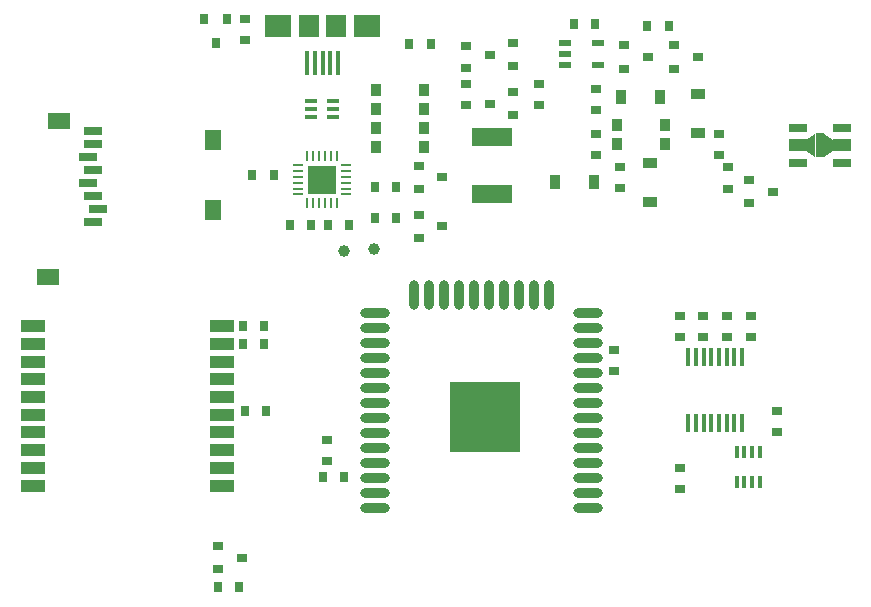
<source format=gtp>
G04 #@! TF.GenerationSoftware,KiCad,Pcbnew,(2017-11-24 revision a01d81e4b)-makepkg*
G04 #@! TF.CreationDate,2017-12-30T18:37:49-05:00*
G04 #@! TF.ProjectId,processor,70726F636573736F722E6B696361645F,rev?*
G04 #@! TF.SameCoordinates,Original*
G04 #@! TF.FileFunction,Paste,Top*
G04 #@! TF.FilePolarity,Positive*
%FSLAX46Y46*%
G04 Gerber Fmt 4.6, Leading zero omitted, Abs format (unit mm)*
G04 Created by KiCad (PCBNEW (2017-11-24 revision a01d81e4b)-makepkg) date 12/30/17 18:37:49*
%MOMM*%
%LPD*%
G01*
G04 APERTURE LIST*
%ADD10R,1.900000X1.400000*%
%ADD11R,1.400000X1.800000*%
%ADD12R,1.500000X0.700000*%
%ADD13O,0.250000X1.000000*%
%ADD14O,1.000000X0.250000*%
%ADD15R,2.450000X2.450000*%
%ADD16R,0.350000X1.600000*%
%ADD17R,0.350000X1.000000*%
%ADD18C,1.000000*%
%ADD19O,2.500000X0.900000*%
%ADD20O,0.900000X2.500000*%
%ADD21R,6.000000X6.000000*%
%ADD22R,0.900000X0.700000*%
%ADD23R,0.700000X0.900000*%
%ADD24R,0.900000X0.800000*%
%ADD25R,0.900000X1.000000*%
%ADD26R,1.000000X0.400000*%
%ADD27R,0.400000X2.000000*%
%ADD28R,1.800000X1.900000*%
%ADD29R,2.300000X1.900000*%
%ADD30R,0.900000X1.200000*%
%ADD31R,1.200000X0.900000*%
%ADD32R,3.500000X1.600000*%
%ADD33R,1.100000X0.600000*%
%ADD34C,0.750000*%
%ADD35C,1.000000*%
%ADD36R,1.500000X1.000000*%
%ADD37R,0.800000X2.000000*%
%ADD38R,2.000000X1.000000*%
%ADD39R,0.800000X0.900000*%
G04 APERTURE END LIST*
D10*
X3700000Y-9600000D03*
X2800000Y-22800000D03*
D11*
X16800000Y-11200000D03*
X16800000Y-17200000D03*
D12*
X6600000Y-10500000D03*
X6600000Y-11600000D03*
X6200000Y-12700000D03*
X6600000Y-13800000D03*
X6200000Y-14900000D03*
X6600000Y-16000000D03*
X7000000Y-17100000D03*
X6600000Y-18200000D03*
D13*
X27250000Y-12600000D03*
X26750000Y-12600000D03*
X26250000Y-12600000D03*
X25750000Y-12600000D03*
X25250000Y-12600000D03*
X24750000Y-12600000D03*
D14*
X24000000Y-13350000D03*
X24000000Y-13850000D03*
X24000000Y-14350000D03*
X24000000Y-14850000D03*
X24000000Y-15350000D03*
X24000000Y-15850000D03*
D13*
X24750000Y-16600000D03*
X25250000Y-16600000D03*
X25750000Y-16600000D03*
X26250000Y-16600000D03*
X26750000Y-16600000D03*
X27250000Y-16600000D03*
D14*
X28000000Y-15850000D03*
X28000000Y-15350000D03*
X28000000Y-14850000D03*
X28000000Y-14350000D03*
X28000000Y-13850000D03*
X28000000Y-13350000D03*
D15*
X26000000Y-14600000D03*
D16*
X61575000Y-35200000D03*
X61575000Y-29600000D03*
X60925000Y-35200000D03*
X60925000Y-29600000D03*
X60275000Y-35200000D03*
X60275000Y-29600000D03*
X59625000Y-35200000D03*
X59625000Y-29600000D03*
X58975000Y-35200000D03*
X58975000Y-29600000D03*
X58325000Y-35200000D03*
X58325000Y-29600000D03*
X57675000Y-35200000D03*
X57675000Y-29600000D03*
X57025000Y-35200000D03*
X57025000Y-29600000D03*
D17*
X63075000Y-40150000D03*
X62425000Y-40150000D03*
X61775000Y-40150000D03*
X61125000Y-40150000D03*
X61125000Y-37650000D03*
X61775000Y-37650000D03*
X62425000Y-37650000D03*
X63075000Y-37650000D03*
D18*
X30400000Y-20500000D03*
D19*
X30500000Y-42400000D03*
X30500000Y-41130000D03*
X30500000Y-39860000D03*
X30500000Y-38590000D03*
X30500000Y-37320000D03*
X30500000Y-36050000D03*
X30500000Y-34780000D03*
X30500000Y-33510000D03*
X30500000Y-32240000D03*
X30500000Y-30970000D03*
X30500000Y-29700000D03*
X30500000Y-28430000D03*
X30500000Y-27160000D03*
X30500000Y-25890000D03*
D20*
X33785000Y-24400000D03*
X35055000Y-24400000D03*
X36325000Y-24400000D03*
X37595000Y-24400000D03*
X38865000Y-24400000D03*
X40135000Y-24400000D03*
X41405000Y-24400000D03*
X42675000Y-24400000D03*
X43945000Y-24400000D03*
X45215000Y-24400000D03*
D19*
X48500000Y-25890000D03*
X48500000Y-27160000D03*
X48500000Y-28430000D03*
X48500000Y-29700000D03*
X48500000Y-30970000D03*
X48500000Y-32240000D03*
X48500000Y-33510000D03*
X48500000Y-34780000D03*
X48500000Y-36050000D03*
X48500000Y-37320000D03*
X48500000Y-38590000D03*
X48500000Y-39860000D03*
X48500000Y-41130000D03*
X48500000Y-42400000D03*
D21*
X39800000Y-34700000D03*
D22*
X50700000Y-29000000D03*
X50700000Y-30800000D03*
D23*
X17200000Y-49100000D03*
X19000000Y-49100000D03*
D24*
X17200000Y-45600000D03*
X17200000Y-47600000D03*
X19200000Y-46600000D03*
D25*
X30550000Y-7000000D03*
X34649999Y-7000000D03*
X34649999Y-8600000D03*
X30550000Y-8600000D03*
X34650000Y-11800000D03*
X30550001Y-11800000D03*
X30550001Y-10200000D03*
X34650000Y-10200000D03*
D18*
X27900000Y-20600000D03*
D26*
X25050000Y-8600000D03*
X26950000Y-9250000D03*
X26950000Y-7950000D03*
X26950000Y-8600000D03*
X25050000Y-7950000D03*
X25050000Y-9250000D03*
D27*
X27350000Y-4750000D03*
X26700000Y-4750000D03*
X26050000Y-4750000D03*
X25400000Y-4750000D03*
X24750000Y-4750000D03*
D28*
X27200000Y-1600000D03*
D29*
X29800000Y-1600000D03*
X22300000Y-1600000D03*
D28*
X24900000Y-1600000D03*
D30*
X49050000Y-14800000D03*
X45750000Y-14800000D03*
D31*
X57800000Y-10650000D03*
X57800000Y-7350000D03*
D32*
X40400000Y-10960000D03*
X40400000Y-15840000D03*
D33*
X46600000Y-3000000D03*
X46600000Y-3950000D03*
X46600000Y-4900000D03*
X49400000Y-4900000D03*
X49400000Y-3000000D03*
D34*
X68925000Y-11700000D03*
D35*
G36*
X68550000Y-10700000D02*
X69300000Y-11200000D01*
X69300000Y-12200000D01*
X68550000Y-12700000D01*
X68550000Y-10700000D01*
X68550000Y-10700000D01*
G37*
D12*
X70000000Y-10200000D03*
X70000000Y-13200000D03*
X66300000Y-10200000D03*
D36*
X66300000Y-11700000D03*
D12*
X66300000Y-13200000D03*
D36*
X70000000Y-11700000D03*
D34*
X67375000Y-11700000D03*
D35*
G36*
X67750000Y-12700000D02*
X67000000Y-12200000D01*
X67000000Y-11200000D01*
X67750000Y-10700000D01*
X67750000Y-12700000D01*
X67750000Y-12700000D01*
G37*
D37*
X68150000Y-11700000D03*
D25*
X55050000Y-11600000D03*
X50950001Y-11600000D03*
X50950001Y-10000000D03*
X55050000Y-10000000D03*
D38*
X17500000Y-27000000D03*
X17500000Y-28500000D03*
X17500000Y-30000000D03*
X17500000Y-31500000D03*
X17500000Y-33000000D03*
X17500000Y-34500000D03*
X17500000Y-36000000D03*
X17500000Y-37500000D03*
X17500000Y-39000000D03*
X17500000Y-40500000D03*
X17500000Y-40500000D03*
X17500000Y-39000000D03*
X17500000Y-37500000D03*
X17500000Y-36000000D03*
X17500000Y-34500000D03*
X17500000Y-33000000D03*
X17500000Y-31500000D03*
X17500000Y-30000000D03*
X17500000Y-28500000D03*
X17500000Y-27000000D03*
X1500000Y-27000000D03*
X1500000Y-28500000D03*
X1500000Y-30000000D03*
X1500000Y-31500000D03*
X1500000Y-33000000D03*
X1500000Y-34500000D03*
X1500000Y-36000000D03*
X1500000Y-37500000D03*
X1500000Y-39000000D03*
X1500000Y-40500000D03*
D30*
X51350000Y-7600000D03*
X54650000Y-7600000D03*
D31*
X53800000Y-13150000D03*
X53800000Y-16450000D03*
D22*
X59600000Y-10700000D03*
X59600000Y-12500000D03*
X19500000Y-2800000D03*
X19500000Y-1000000D03*
D23*
X21300000Y-34200000D03*
X19500000Y-34200000D03*
X21100000Y-27000000D03*
X19300000Y-27000000D03*
X21100000Y-28500000D03*
X19300000Y-28500000D03*
X55350000Y-1600000D03*
X53550000Y-1600000D03*
D22*
X49200000Y-10700000D03*
X49200000Y-12500000D03*
X44400000Y-8300000D03*
X44400000Y-6500000D03*
X38200000Y-3300000D03*
X38200000Y-5100000D03*
X38200000Y-8300000D03*
X38200000Y-6500000D03*
X56300000Y-27900000D03*
X56300000Y-26100000D03*
X60300000Y-27900000D03*
X60300000Y-26100000D03*
X62300000Y-27900000D03*
X62300000Y-26100000D03*
X58300000Y-27900000D03*
X58300000Y-26100000D03*
X56300000Y-39000000D03*
X56300000Y-40800000D03*
X26400000Y-38400000D03*
X26400000Y-36600000D03*
X64500000Y-34200000D03*
X64500000Y-36000000D03*
D23*
X26100000Y-39800000D03*
X27900000Y-39800000D03*
X35200000Y-3100000D03*
X33400000Y-3100000D03*
D22*
X49200000Y-6900000D03*
X49200000Y-8700000D03*
D23*
X47300000Y-1400000D03*
X49100000Y-1400000D03*
D22*
X51200000Y-13500000D03*
X51200000Y-15300000D03*
X60400000Y-15350000D03*
X60400000Y-13550000D03*
D23*
X21900000Y-14200000D03*
X20100000Y-14200000D03*
X26500000Y-18400000D03*
X28300000Y-18400000D03*
X25100000Y-18400000D03*
X23300000Y-18400000D03*
X30500000Y-15200000D03*
X32300000Y-15200000D03*
X32300000Y-17800000D03*
X30500000Y-17800000D03*
D39*
X18000000Y-1000000D03*
X16000000Y-1000000D03*
X17000000Y-3000000D03*
D24*
X51600000Y-3200000D03*
X51600000Y-5200000D03*
X53600000Y-4200000D03*
X55800000Y-3200000D03*
X55800000Y-5200000D03*
X57800000Y-4200000D03*
X62200000Y-14600000D03*
X62200000Y-16600000D03*
X64200000Y-15600000D03*
X42200000Y-5000000D03*
X42200000Y-3000000D03*
X40200000Y-4000000D03*
X42200000Y-9150000D03*
X42200000Y-7150000D03*
X40200000Y-8150000D03*
X34200000Y-17550000D03*
X34200000Y-19550000D03*
X36200000Y-18550000D03*
X34200000Y-13400000D03*
X34200000Y-15400000D03*
X36200000Y-14400000D03*
M02*

</source>
